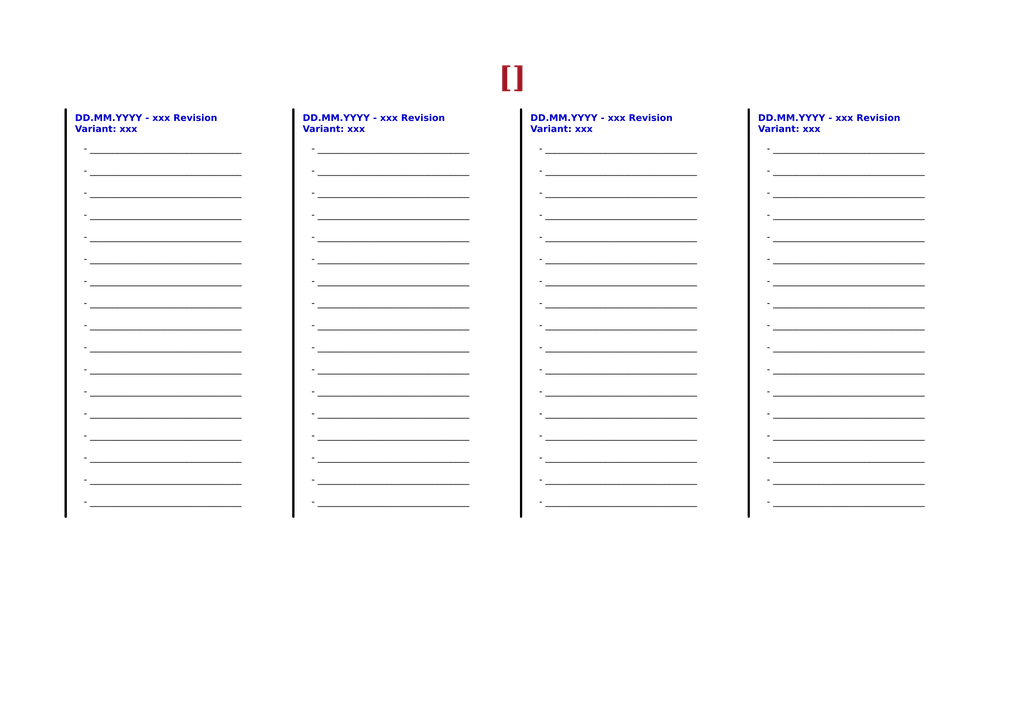
<source format=kicad_sch>
(kicad_sch
	(version 20250114)
	(generator "eeschema")
	(generator_version "9.0")
	(uuid "ea8c4f5e-7a49-4faf-a994-dbc85ed86b0a")
	(paper "A4")
	(title_block
		(title "Revision History")
		(date "Last Modified Date")
		(rev "${REVISION}")
		(company "${COMPANY}")
	)
	(lib_symbols)
	(text_box "- _________________________________\n\n- _________________________________\n\n- _________________________________\n\n- _________________________________\n\n- _________________________________\n\n- _________________________________\n\n- _________________________________\n\n- _________________________________\n\n- _________________________________\n\n- _________________________________\n\n- _________________________________\n\n- _________________________________\n\n- _________________________________\n\n- _________________________________\n\n- _________________________________\n\n- _________________________________\n\n- _________________________________"
		(exclude_from_sim no)
		(at 220.98 40.64 0)
		(size 58.42 115.57)
		(margins 1.4287 1.4287 1.4287 1.4287)
		(stroke
			(width -0.0001)
			(type default)
		)
		(fill
			(type none)
		)
		(effects
			(font
				(face "Arial")
				(size 1.905 1.905)
				(color 0 0 0 1)
			)
			(justify left top)
		)
		(uuid "0c062e2b-2be1-4307-b752-045c211787f4")
	)
	(text_box "DD.MM.YYYY - xxx Revision\nVariant: xxx"
		(exclude_from_sim no)
		(at 86.36 31.75 0)
		(size 57.15 7.62)
		(margins 1.4287 1.4287 1.4287 1.4287)
		(stroke
			(width -0.0001)
			(type default)
		)
		(fill
			(type none)
		)
		(effects
			(font
				(face "Arial")
				(size 1.905 1.905)
				(thickness 0.254)
				(bold yes)
			)
			(justify left top)
		)
		(uuid "14f2d7b6-dcd6-4c43-91a3-c7a76690654c")
	)
	(text_box "[${#}] ${SHEETNAME}"
		(exclude_from_sim no)
		(at 80.01 16.51 0)
		(size 137.16 12.7)
		(margins 4.4999 4.4999 4.4999 4.4999)
		(stroke
			(width -0.0001)
			(type solid)
		)
		(fill
			(type none)
		)
		(effects
			(font
				(face "Times New Roman")
				(size 6 6)
				(thickness 1.2)
				(bold yes)
				(color 162 22 34 1)
			)
		)
		(uuid "20a0a094-ac98-46df-bdac-21d5721f7697")
	)
	(text_box "DD.MM.YYYY - xxx Revision\nVariant: xxx"
		(exclude_from_sim no)
		(at 152.4 31.75 0)
		(size 57.15 7.62)
		(margins 1.4287 1.4287 1.4287 1.4287)
		(stroke
			(width -0.0001)
			(type default)
		)
		(fill
			(type none)
		)
		(effects
			(font
				(face "Arial")
				(size 1.905 1.905)
				(thickness 0.254)
				(bold yes)
			)
			(justify left top)
		)
		(uuid "61447e65-3862-4ca7-a61e-5d8506cb38bb")
	)
	(text_box "- _________________________________\n\n- _________________________________\n\n- _________________________________\n\n- _________________________________\n\n- _________________________________\n\n- _________________________________\n\n- _________________________________\n\n- _________________________________\n\n- _________________________________\n\n- _________________________________\n\n- _________________________________\n\n- _________________________________\n\n- _________________________________\n\n- _________________________________\n\n- _________________________________\n\n- _________________________________\n\n- _________________________________"
		(exclude_from_sim no)
		(at 22.86 40.64 0)
		(size 58.42 115.57)
		(margins 1.4287 1.4287 1.4287 1.4287)
		(stroke
			(width -0.0001)
			(type default)
		)
		(fill
			(type none)
		)
		(effects
			(font
				(face "Arial")
				(size 1.905 1.905)
				(color 0 0 0 1)
			)
			(justify left top)
		)
		(uuid "7cea8527-91c8-47c3-a860-064e128bcffe")
	)
	(text_box "- _________________________________\n\n- _________________________________\n\n- _________________________________\n\n- _________________________________\n\n- _________________________________\n\n- _________________________________\n\n- _________________________________\n\n- _________________________________\n\n- _________________________________\n\n- _________________________________\n\n- _________________________________\n\n- _________________________________\n\n- _________________________________\n\n- _________________________________\n\n- _________________________________\n\n- _________________________________\n\n- _________________________________"
		(exclude_from_sim no)
		(at 154.94 40.64 0)
		(size 58.42 115.57)
		(margins 1.4287 1.4287 1.4287 1.4287)
		(stroke
			(width -0.0001)
			(type default)
		)
		(fill
			(type none)
		)
		(effects
			(font
				(face "Arial")
				(size 1.905 1.905)
				(color 0 0 0 1)
			)
			(justify left top)
		)
		(uuid "8ad0acb7-8a2e-40a2-87c7-888a93359ccd")
	)
	(text_box "DD.MM.YYYY - xxx Revision\nVariant: xxx"
		(exclude_from_sim no)
		(at 20.32 31.75 0)
		(size 57.15 7.62)
		(margins 1.4287 1.4287 1.4287 1.4287)
		(stroke
			(width -0.0001)
			(type default)
		)
		(fill
			(type none)
		)
		(effects
			(font
				(face "Arial")
				(size 1.905 1.905)
				(thickness 0.254)
				(bold yes)
			)
			(justify left top)
		)
		(uuid "922c5813-4880-4ddf-ba01-939f72022a9d")
	)
	(text_box "- _________________________________\n\n- _________________________________\n\n- _________________________________\n\n- _________________________________\n\n- _________________________________\n\n- _________________________________\n\n- _________________________________\n\n- _________________________________\n\n- _________________________________\n\n- _________________________________\n\n- _________________________________\n\n- _________________________________\n\n- _________________________________\n\n- _________________________________\n\n- _________________________________\n\n- _________________________________\n\n- _________________________________"
		(exclude_from_sim no)
		(at 88.9 40.64 0)
		(size 58.42 115.57)
		(margins 1.4287 1.4287 1.4287 1.4287)
		(stroke
			(width -0.0001)
			(type default)
		)
		(fill
			(type none)
		)
		(effects
			(font
				(face "Arial")
				(size 1.905 1.905)
				(color 0 0 0 1)
			)
			(justify left top)
		)
		(uuid "cd63b456-8f62-4290-9191-6ad427c40f65")
	)
	(text_box "DD.MM.YYYY - xxx Revision\nVariant: xxx"
		(exclude_from_sim no)
		(at 218.44 31.75 0)
		(size 57.15 7.62)
		(margins 1.4287 1.4287 1.4287 1.4287)
		(stroke
			(width -0.0001)
			(type default)
		)
		(fill
			(type none)
		)
		(effects
			(font
				(face "Arial")
				(size 1.905 1.905)
				(thickness 0.254)
				(bold yes)
			)
			(justify left top)
		)
		(uuid "f47af890-f55a-44bf-b54f-b7df3adde008")
	)
	(polyline
		(pts
			(xy 19.05 31.75) (xy 19.05 149.86)
		)
		(stroke
			(width 0.635)
			(type default)
			(color 0 0 0 1)
		)
		(uuid "4849fe72-6429-4f5b-a9e6-56656658a37b")
	)
	(polyline
		(pts
			(xy 85.09 31.75) (xy 85.09 149.86)
		)
		(stroke
			(width 0.635)
			(type default)
			(color 0 0 0 1)
		)
		(uuid "5f29c90a-4bd5-401c-a0f6-a99df09914f4")
	)
	(polyline
		(pts
			(xy 85.09 31.75) (xy 85.09 149.86)
		)
		(stroke
			(width 0.635)
			(type default)
			(color 0 0 0 1)
		)
		(uuid "74018a10-ab58-4dc2-b4e6-376117e1ffc0")
	)
	(polyline
		(pts
			(xy 151.13 31.75) (xy 151.13 149.86)
		)
		(stroke
			(width 0.635)
			(type default)
			(color 0 0 0 1)
		)
		(uuid "a6b610d4-f09b-4d6e-ac67-0bb3d0e09fbe")
	)
	(polyline
		(pts
			(xy 19.05 31.75) (xy 19.05 149.86)
		)
		(stroke
			(width 0.635)
			(type default)
			(color 0 0 0 1)
		)
		(uuid "b271ef24-6836-4d14-b8f8-8568bc734aca")
	)
	(polyline
		(pts
			(xy 217.17 31.75) (xy 217.17 149.86)
		)
		(stroke
			(width 0.635)
			(type default)
			(color 0 0 0 1)
		)
		(uuid "fe21cbb6-f53c-41a1-bc1c-520e82f71f78")
	)
)

</source>
